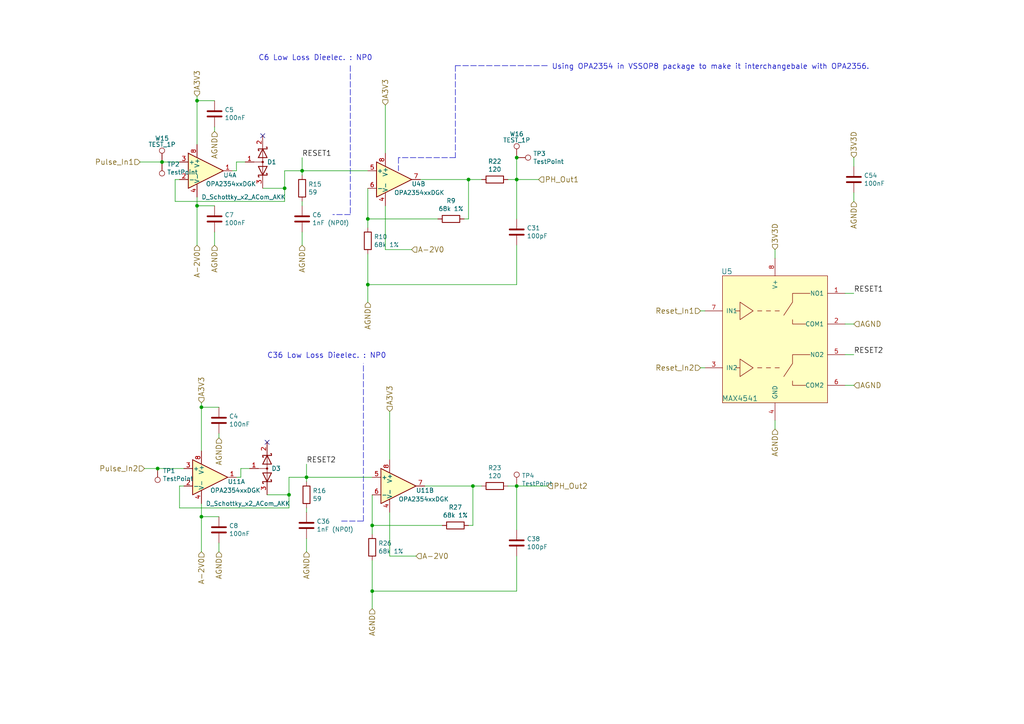
<source format=kicad_sch>
(kicad_sch (version 20231120) (generator "eeschema") (generator_version "8.0")
  (paper "A4")
  (lib_symbols
    (symbol "Connector:TestPoint" (pin_numbers hide) (pin_names (offset 0.762) hide)
      (property "Reference" "TP" (at 0 6.858 0))
      (property "Value" "TestPoint" (at 0 5.08 0))
      (symbol "TestPoint_0_1"
        (circle (center 0 3.302) (radius 0.762))
      )
      (symbol "TestPoint_1_1"
        (pin passive line (at 0 0 90) (length 2.54) (name "1") (number "1"))
      )
    )
    (symbol "Device:C" (pin_numbers hide) (pin_names (offset 0.254))
      (property "Reference" "C" (at 0.635 2.54 0))
      (property "Value" "C" (at 0.635 -2.54 0))
      (symbol "C_0_1"
        (polyline (pts (xy -2.032 -0.762) (xy 2.032 -0.762)) (stroke (width 0.508)))
        (polyline (pts (xy -2.032 0.762) (xy 2.032 0.762)) (stroke (width 0.508)))
      )
      (symbol "C_1_1"
        (pin passive line (at 0 3.81 270) (length 2.794) (name "~") (number "1"))
        (pin passive line (at 0 -3.81 90) (length 2.794) (name "~") (number "2"))
      )
    )
    (symbol "Device:R" (pin_numbers hide) (pin_names (offset 0))
      (property "Reference" "R" (at 2.032 0 90))
      (property "Value" "R" (at 0 0 90))
      (symbol "R_0_1"
        (rectangle (start -1.016 -2.54) (end 1.016 2.54) (stroke (width 0.254)))
      )
      (symbol "R_1_1"
        (pin passive line (at 0 3.81 270) (length 1.27) (name "~") (number "1"))
        (pin passive line (at 0 -3.81 90) (length 1.27) (name "~") (number "2"))
      )
    )
    (symbol "RadIIS_Mainboard-rescue:D_Schottky_x2_ACom_AKK-Device" (pin_names (offset 0.762) hide)
      (property "Reference" "D" (at 1.27 -2.54 0))
      (property "Value" "D_Schottky_x2_ACom_AKK-Device" (at 0 2.54 0))
      (symbol "D_Schottky_x2_ACom_AKK-Device_0_1"
        (polyline (pts (xy -3.556 0) (xy 3.81 0)))
        (polyline (pts (xy 0 0) (xy 0 -2.54)))
        (polyline (pts (xy -3.81 1.27) (xy -3.81 -1.27) (xy -3.81 -1.27)) (stroke (width 0.254)))
        (polyline (pts (xy 3.81 1.27) (xy 3.81 -1.27) (xy 3.81 -1.27)) (stroke (width 0.254)))
        (polyline (pts (xy -3.81 1.27) (xy -4.318 1.27) (xy -4.318 1.016) (xy -4.318 1.016)) (stroke (width 0.254)))
        (polyline (pts (xy 3.81 -1.27) (xy 4.318 -1.27) (xy 4.318 -1.016) (xy 4.318 -1.016)) (stroke (width 0.254)))
        (polyline (pts (xy 3.81 1.27) (xy 3.302 1.27) (xy 3.302 1.016) (xy 3.302 1.016)) (stroke (width 0.254)))
        (polyline (pts (xy -3.302 -1.016) (xy -3.302 -1.27) (xy -3.81 -1.27) (xy -3.81 -1.27) (xy -3.81 -1.27)) (stroke (width 0.254)))
        (polyline (pts (xy -1.27 -1.27) (xy -3.81 0) (xy -1.27 1.27) (xy -1.27 -1.27) (xy -1.27 -1.27) (xy -1.27 -1.27)) (stroke (width 0.254)))
        (polyline (pts (xy 1.27 1.27) (xy 3.81 0) (xy 1.27 -1.27) (xy 1.27 1.27) (xy 1.27 1.27) (xy 1.27 1.27)) (stroke (width 0.254)))
        (circle (center 0 0) (radius 0.254) (fill (type outline)))
        (pin passive line (at 0 -5.08 90) (length 2.54) (name "A") (number "1"))
        (pin passive line (at -7.62 0 0) (length 3.81) (name "K") (number "2"))
        (pin passive line (at 7.62 0 180) (length 3.81) (name "K") (number "3"))
      )
    )
    (symbol "RadIIS_Mainboard:MAX4541" (pin_names (offset 1.016))
      (property "Reference" "U" (at -12.7 20.32 0))
      (property "Value" "MAX4541" (at -8.89 -15.24 0))
      (symbol "MAX4541_0_1"
        (rectangle (start -15.24 19.05) (end 15.24 -17.78) (fill (type background)))
        (polyline (pts (xy -5.08 -7.62) (xy -3.81 -7.62)))
        (polyline (pts (xy -5.08 8.89) (xy -3.81 8.89)))
        (polyline (pts (xy -2.54 -7.62) (xy -1.27 -7.62)))
        (polyline (pts (xy -2.54 8.89) (xy -1.27 8.89)))
        (polyline (pts (xy 0 -7.62) (xy 1.27 -7.62)))
        (polyline (pts (xy 0 8.89) (xy 1.27 8.89)))
        (polyline (pts (xy 8.89 -12.7) (xy 5.08 -12.7) (xy 5.08 -11.43)))
        (polyline (pts (xy 8.89 5.08) (xy 5.08 5.08) (xy 5.08 6.35)))
        (polyline (pts (xy 10.16 -3.81) (xy 5.08 -3.81) (xy 5.08 -6.35) (xy 2.54 -10.16)))
        (polyline (pts (xy 10.16 13.97) (xy 5.08 13.97) (xy 5.08 11.43) (xy 2.54 7.62)))
        (polyline (pts (xy -11.43 -7.62) (xy -10.16 -7.62) (xy -10.16 -5.08) (xy -6.35 -7.62) (xy -10.16 -10.16) (xy -10.16 -7.62)))
        (polyline (pts (xy -11.43 8.89) (xy -10.16 8.89) (xy -10.16 10.16) (xy -10.16 11.43) (xy -6.35 8.89) (xy -10.16 6.35) (xy -10.16 8.89)))
      )
      (symbol "MAX4541_1_1"
        (pin input line (at 20.32 13.97 180) (length 5.08) (name "NO1") (number "1"))
        (pin input line (at 20.32 5.08 180) (length 5.08) (name "COM1") (number "2"))
        (pin input line (at -20.32 -7.62 0) (length 5.08) (name "IN2") (number "3"))
        (pin input line (at 0 -22.86 90) (length 5.08) (name "GND") (number "4"))
        (pin input line (at 20.32 -3.81 180) (length 5.08) (name "NO2") (number "5"))
        (pin input line (at 20.32 -12.7 180) (length 5.08) (name "COM2") (number "6"))
        (pin input line (at -20.32 8.89 0) (length 5.08) (name "IN1") (number "7"))
        (pin input line (at 0 24.13 270) (length 5.08) (name "V+") (number "8"))
      )
    )
    (symbol "RadIIS_Mainboard:OPA2354xxDGK" (pin_names (offset 0.127))
      (property "Reference" "U" (at 0 5.08 0))
      (property "Value" "OPA2354xxDGK" (at 0 -5.08 0))
      (symbol "OPA2354xxDGK_1_1"
        (polyline (pts (xy -5.08 5.08) (xy 5.08 0) (xy -5.08 -5.08) (xy -5.08 5.08)) (stroke (width 0.254)) (fill (type background)))
        (pin output line (at 7.62 0 180) (length 2.54) (name "~") (number "1"))
        (pin input line (at -7.62 -2.54 0) (length 2.54) (name "-") (number "2"))
        (pin input line (at -7.62 2.54 0) (length 2.54) (name "+") (number "3"))
        (pin power_in line (at -2.54 -7.62 90) (length 3.81) (name "V-") (number "4"))
        (pin power_in line (at -2.54 7.62 270) (length 3.81) (name "V+") (number "8"))
      )
      (symbol "OPA2354xxDGK_2_1"
        (polyline (pts (xy -5.08 5.08) (xy 5.08 0) (xy -5.08 -5.08) (xy -5.08 5.08)) (stroke (width 0.254)) (fill (type background)))
        (pin power_in line (at -2.54 -7.62 90) (length 3.81) (name "V-") (number "4"))
        (pin input line (at -7.62 2.54 0) (length 2.54) (name "+") (number "5"))
        (pin input line (at -7.62 -2.54 0) (length 2.54) (name "-") (number "6"))
        (pin output line (at 7.62 0 180) (length 2.54) (name "~") (number "7"))
        (pin power_in line (at -2.54 7.62 270) (length 3.81) (name "V+") (number "8"))
      )
    )
  )
  (junction (at 82.55 54.61))
  (junction (at 106.68 63.5))
  (junction (at 45.72 135.89))
  (junction (at 149.86 52.07))
  (junction (at 57.15 59.69))
  (junction (at 149.86 45.72))
  (junction (at 107.95 152.4))
  (junction (at 135.89 52.07))
  (junction (at 46.99 46.99))
  (junction (at 137.16 140.97))
  (junction (at 88.9 138.43))
  (junction (at 106.68 82.55))
  (junction (at 58.42 149.86))
  (junction (at 58.42 118.11))
  (junction (at 107.95 171.45))
  (junction (at 57.15 29.21))
  (junction (at 83.82 143.51))
  (junction (at 87.63 49.53))
  (junction (at 149.86 140.97))
  (no_connect (at 76.2 39.37))
  (no_connect (at 77.47 128.27))
  (polyline (pts (xy 132.08 19.05) (xy 132.08 45.72)) (stroke (width 0) (type dash)))
  (wire (pts (xy 83.82 147.32) (xy 83.82 143.51)))
  (wire (pts (xy 62.23 67.31) (xy 62.23 71.12)))
  (wire (pts (xy 247.65 93.98) (xy 245.11 93.98)))
  (wire (pts (xy 69.85 135.89) (xy 72.39 135.89)))
  (wire (pts (xy 57.15 57.15) (xy 57.15 59.69)))
  (wire (pts (xy 69.85 138.43) (xy 68.58 138.43)))
  (wire (pts (xy 82.55 58.42) (xy 82.55 54.61)))
  (wire (pts (xy 87.63 58.42) (xy 87.63 59.69)))
  (wire (pts (xy 52.07 147.32) (xy 83.82 147.32)))
  (wire (pts (xy 123.19 140.97) (xy 137.16 140.97)))
  (wire (pts (xy 139.7 52.07) (xy 135.89 52.07)))
  (wire (pts (xy 247.65 111.76) (xy 245.11 111.76)))
  (wire (pts (xy 76.2 54.61) (xy 82.55 54.61)))
  (wire (pts (xy 106.68 63.5) (xy 127 63.5)))
  (wire (pts (xy 149.86 71.12) (xy 149.86 82.55)))
  (wire (pts (xy 113.03 161.29) (xy 113.03 148.59)))
  (wire (pts (xy 77.47 143.51) (xy 83.82 143.51)))
  (wire (pts (xy 50.8 58.42) (xy 82.55 58.42)))
  (wire (pts (xy 82.55 54.61) (xy 82.55 49.53)))
  (wire (pts (xy 52.07 52.07) (xy 50.8 52.07)))
  (wire (pts (xy 135.89 63.5) (xy 135.89 52.07)))
  (polyline (pts (xy 105.41 151.13) (xy 105.41 105.41)) (stroke (width 0) (type dash)))
  (wire (pts (xy 62.23 36.83) (xy 62.23 38.1)))
  (wire (pts (xy 87.63 67.31) (xy 87.63 71.12)))
  (wire (pts (xy 41.91 135.89) (xy 45.72 135.89)))
  (wire (pts (xy 149.86 52.07) (xy 147.32 52.07)))
  (wire (pts (xy 87.63 49.53) (xy 106.68 49.53)))
  (wire (pts (xy 63.5 157.48) (xy 63.5 160.02)))
  (wire (pts (xy 58.42 116.84) (xy 58.42 118.11)))
  (wire (pts (xy 88.9 160.02) (xy 88.9 156.21)))
  (wire (pts (xy 106.68 73.66) (xy 106.68 82.55)))
  (wire (pts (xy 62.23 29.21) (xy 57.15 29.21)))
  (wire (pts (xy 57.15 29.21) (xy 57.15 41.91)))
  (wire (pts (xy 134.62 63.5) (xy 135.89 63.5)))
  (wire (pts (xy 87.63 45.72) (xy 87.63 49.53)))
  (wire (pts (xy 149.86 161.29) (xy 149.86 171.45)))
  (wire (pts (xy 82.55 49.53) (xy 87.63 49.53)))
  (wire (pts (xy 58.42 146.05) (xy 58.42 149.86)))
  (wire (pts (xy 106.68 54.61) (xy 106.68 63.5)))
  (wire (pts (xy 158.75 140.97) (xy 149.86 140.97)))
  (wire (pts (xy 68.58 46.99) (xy 71.12 46.99)))
  (wire (pts (xy 69.85 138.43) (xy 69.85 135.89)))
  (wire (pts (xy 139.7 140.97) (xy 137.16 140.97)))
  (wire (pts (xy 88.9 138.43) (xy 107.95 138.43)))
  (wire (pts (xy 156.21 52.07) (xy 149.86 52.07)))
  (wire (pts (xy 107.95 171.45) (xy 107.95 176.53)))
  (wire (pts (xy 120.65 161.29) (xy 113.03 161.29)))
  (wire (pts (xy 107.95 152.4) (xy 128.27 152.4)))
  (wire (pts (xy 83.82 143.51) (xy 83.82 138.43)))
  (wire (pts (xy 40.64 46.99) (xy 46.99 46.99)))
  (wire (pts (xy 204.47 106.68) (xy 203.2 106.68)))
  (wire (pts (xy 57.15 27.94) (xy 57.15 29.21)))
  (wire (pts (xy 247.65 45.72) (xy 247.65 48.26)))
  (wire (pts (xy 87.63 49.53) (xy 87.63 50.8)))
  (wire (pts (xy 119.38 72.39) (xy 111.76 72.39)))
  (wire (pts (xy 88.9 148.59) (xy 88.9 147.32)))
  (wire (pts (xy 121.92 52.07) (xy 135.89 52.07)))
  (polyline (pts (xy 101.6 19.05) (xy 101.6 62.23)) (stroke (width 0) (type dash)))
  (polyline (pts (xy 99.06 151.13) (xy 105.41 151.13)) (stroke (width 0) (type dash)))
  (polyline (pts (xy 158.75 19.05) (xy 132.08 19.05)) (stroke (width 0) (type dash)))
  (wire (pts (xy 149.86 140.97) (xy 147.32 140.97)))
  (wire (pts (xy 247.65 85.09) (xy 245.11 85.09)))
  (wire (pts (xy 224.79 124.46) (xy 224.79 121.92)))
  (wire (pts (xy 50.8 52.07) (xy 50.8 58.42)))
  (polyline (pts (xy 101.6 62.23) (xy 96.52 62.23)) (stroke (width 0) (type dash)))
  (wire (pts (xy 107.95 171.45) (xy 149.86 171.45)))
  (wire (pts (xy 106.68 82.55) (xy 106.68 87.63)))
  (wire (pts (xy 57.15 59.69) (xy 57.15 71.12)))
  (wire (pts (xy 58.42 149.86) (xy 58.42 160.02)))
  (wire (pts (xy 63.5 149.86) (xy 58.42 149.86)))
  (wire (pts (xy 68.58 49.53) (xy 68.58 46.99)))
  (wire (pts (xy 62.23 59.69) (xy 57.15 59.69)))
  (wire (pts (xy 63.5 125.73) (xy 63.5 127)))
  (wire (pts (xy 135.89 152.4) (xy 137.16 152.4)))
  (wire (pts (xy 107.95 143.51) (xy 107.95 152.4)))
  (polyline (pts (xy 132.08 45.72) (xy 115.57 45.72)) (stroke (width 0) (type dash)))
  (wire (pts (xy 52.07 140.97) (xy 52.07 147.32)))
  (wire (pts (xy 88.9 139.7) (xy 88.9 138.43)))
  (polyline (pts (xy 115.57 45.72) (xy 115.57 49.53)) (stroke (width 0) (type dash)))
  (wire (pts (xy 68.58 49.53) (xy 67.31 49.53)))
  (wire (pts (xy 45.72 135.89) (xy 53.34 135.89)))
  (wire (pts (xy 107.95 152.4) (xy 107.95 154.94)))
  (wire (pts (xy 113.03 119.38) (xy 113.03 133.35)))
  (wire (pts (xy 111.76 30.48) (xy 111.76 44.45)))
  (wire (pts (xy 149.86 63.5) (xy 149.86 52.07)))
  (wire (pts (xy 53.34 140.97) (xy 52.07 140.97)))
  (wire (pts (xy 149.86 153.67) (xy 149.86 140.97)))
  (wire (pts (xy 46.99 46.99) (xy 52.07 46.99)))
  (wire (pts (xy 63.5 118.11) (xy 58.42 118.11)))
  (wire (pts (xy 247.65 58.42) (xy 247.65 55.88)))
  (wire (pts (xy 224.79 72.39) (xy 224.79 74.93)))
  (wire (pts (xy 106.68 63.5) (xy 106.68 66.04)))
  (wire (pts (xy 247.65 102.87) (xy 245.11 102.87)))
  (wire (pts (xy 106.68 82.55) (xy 149.86 82.55)))
  (wire (pts (xy 204.47 90.17) (xy 203.2 90.17)))
  (wire (pts (xy 83.82 138.43) (xy 88.9 138.43)))
  (wire (pts (xy 107.95 162.56) (xy 107.95 171.45)))
  (wire (pts (xy 137.16 152.4) (xy 137.16 140.97)))
  (wire (pts (xy 149.86 45.72) (xy 149.86 52.07)))
  (wire (pts (xy 58.42 118.11) (xy 58.42 130.81)))
  (wire (pts (xy 111.76 72.39) (xy 111.76 59.69)))
  (wire (pts (xy 88.9 138.43) (xy 88.9 134.62)))
  (text "C36 Low Loss Dieelec. : NP0" (at 77.47 104.14 0) (effects (font (size 1.5494 1.5494)) (justify left bottom)))
  (text "C6 Low Loss Dieelec. : NP0" (at 74.93 17.78 0) (effects (font (size 1.5494 1.5494)) (justify left bottom)))
  (text "Using OPA2354 in VSSOP8 package to make it interchangebale with OPA2356." (at 160.02 20.32 0) (effects (font (size 1.524 1.524)) (justify left bottom)))
  (label "RESET2" (at 88.9 134.62 0) (effects (font (size 1.524 1.524))))
  (label "RESET1" (at 247.65 85.09 0) (effects (font (size 1.524 1.524))))
  (label "RESET2" (at 247.65 102.87 0) (effects (font (size 1.524 1.524))))
  (label "RESET1" (at 87.63 45.72 0) (effects (font (size 1.524 1.524))))
  (hierarchical_label "AGND" (shape input) (at 107.95 176.53 270) (effects (font (size 1.5494 1.5494))))
  (hierarchical_label "3V3D" (shape input) (at 247.65 45.72 90) (effects (font (size 1.524 1.524))))
  (hierarchical_label "AGND" (shape input) (at 62.23 71.12 270) (effects (font (size 1.5494 1.5494))))
  (hierarchical_label "Reset_In1" (shape input) (at 203.2 90.17 180) (effects (font (size 1.5494 1.5494))))
  (hierarchical_label "AGND" (shape input) (at 63.5 160.02 270) (effects (font (size 1.5494 1.5494))))
  (hierarchical_label "PH_Out2" (shape input) (at 158.75 140.97 0) (effects (font (size 1.5494 1.5494))))
  (hierarchical_label "A-2V0" (shape input) (at 120.65 161.29 0) (effects (font (size 1.5494 1.5494))))
  (hierarchical_label "Reset_In2" (shape input) (at 203.2 106.68 180) (effects (font (size 1.5494 1.5494))))
  (hierarchical_label "A-2V0" (shape input) (at 58.42 160.02 270) (effects (font (size 1.5494 1.5494))))
  (hierarchical_label "A-2V0" (shape input) (at 119.38 72.39 0) (effects (font (size 1.5494 1.5494))))
  (hierarchical_label "PH_Out1" (shape input) (at 156.21 52.07 0) (effects (font (size 1.5494 1.5494))))
  (hierarchical_label "AGND" (shape input) (at 224.79 124.46 270) (effects (font (size 1.5494 1.5494))))
  (hierarchical_label "AGND" (shape input) (at 247.65 111.76 0) (effects (font (size 1.5494 1.5494))))
  (hierarchical_label "AGND" (shape input) (at 62.23 38.1 270) (effects (font (size 1.5494 1.5494))))
  (hierarchical_label "AGND" (shape input) (at 247.65 58.42 270) (effects (font (size 1.5494 1.5494))))
  (hierarchical_label "Pulse_In1" (shape input) (at 40.64 46.99 180) (effects (font (size 1.5494 1.5494))))
  (hierarchical_label "AGND" (shape input) (at 63.5 127 270) (effects (font (size 1.5494 1.5494))))
  (hierarchical_label "A3V3" (shape input) (at 111.76 30.48 90) (effects (font (size 1.5494 1.5494))))
  (hierarchical_label "A3V3" (shape input) (at 113.03 119.38 90) (effects (font (size 1.5494 1.5494))))
  (hierarchical_label "3V3D" (shape input) (at 224.79 72.39 90) (effects (font (size 1.524 1.524))))
  (hierarchical_label "AGND" (shape input) (at 87.63 71.12 270) (effects (font (size 1.5494 1.5494))))
  (hierarchical_label "AGND" (shape input) (at 88.9 160.02 270) (effects (font (size 1.5494 1.5494))))
  (hierarchical_label "A-2V0" (shape input) (at 57.15 71.12 270) (effects (font (size 1.5494 1.5494))))
  (hierarchical_label "AGND" (shape input) (at 106.68 87.63 270) (effects (font (size 1.5494 1.5494))))
  (hierarchical_label "Pulse_In2" (shape input) (at 41.91 135.89 180) (effects (font (size 1.5494 1.5494))))
  (hierarchical_label "AGND" (shape input) (at 247.65 93.98 0) (effects (font (size 1.5494 1.5494))))
  (hierarchical_label "A3V3" (shape input) (at 58.42 116.84 90) (effects (font (size 1.5494 1.5494))))
  (hierarchical_label "A3V3" (shape input) (at 57.15 27.94 90) (effects (font (size 1.5494 1.5494))))
  (symbol (lib_id "Device:C") (at 62.23 33.02 0) (unit 1)
    (property "Reference" "C5" (at 65.151 31.8516 0) (effects (justify left)))
    (property "Value" "100nF" (at 65.151 34.163 0) (effects (justify left)))
    (property "Footprint" "Capacitor_SMD:C_0603_1608Metric" (effects (hide yes)))
    (property "Digikey Nr" "1276-1000-1-ND " (effects (hide yes)))
    (property "Digikey Price" "0.09" (effects (hide yes)))
  )
  (symbol (lib_id "Device:R") (at 130.81 63.5 270) (unit 1)
    (property "Reference" "R9" (at 130.81 58.2422 90))
    (property "Value" "68k 1%" (at 130.81 60.5536 90))
    (property "Footprint" "Resistor_SMD:R_0603_1608Metric" (effects (hide yes)))
    (property "Digikey Nr" "311-68.0KHRCT-ND" (effects (hide yes)))
    (property "Digikey Price" "0.09" (effects (hide yes)))
  )
  (symbol (lib_id "Device:C") (at 62.23 63.5 180) (unit 1)
    (property "Reference" "C7" (at 65.151 62.3316 0) (effects (justify right)))
    (property "Value" "100nF" (at 65.151 64.643 0) (effects (justify right)))
    (property "Footprint" "Capacitor_SMD:C_0603_1608Metric" (effects (hide yes)))
    (property "Digikey Nr" "1276-1000-1-ND " (effects (hide yes)))
    (property "Digikey Price" "0.09" (effects (hide yes)))
  )
  (symbol (lib_id "Device:C") (at 87.63 63.5 0) (unit 1)
    (property "Reference" "C6" (at 90.551 62.3316 0) (effects (justify left)))
    (property "Value" "1nF (NP0!)" (at 90.551 64.643 0) (effects (justify left)))
    (property "Footprint" "Capacitor_SMD:C_0603_1608Metric" (effects (hide yes)))
    (property "Digikey Nr" "1292-1475-1-ND" (effects (hide yes)))
    (property "Digikey Price" "0.12" (effects (hide yes)))
  )
  (symbol (lib_id "Device:R") (at 106.68 69.85 180) (unit 1)
    (property "Reference" "R10" (at 108.458 68.6816 0) (effects (justify right)))
    (property "Value" "68k 1%" (at 108.458 70.993 0) (effects (justify right)))
    (property "Footprint" "Resistor_SMD:R_0603_1608Metric" (effects (hide yes)))
    (property "Digikey Nr" "311-68.0KHRCT-ND" (effects (hide yes)))
    (property "Digikey Price" "0.09" (effects (hide yes)))
  )
  (symbol (lib_id "Device:C") (at 63.5 121.92 0) (unit 1)
    (property "Reference" "C4" (at 66.421 120.7516 0) (effects (justify left)))
    (property "Value" "100nF" (at 66.421 123.063 0) (effects (justify left)))
    (property "Footprint" "Capacitor_SMD:C_0603_1608Metric" (effects (hide yes)))
    (property "Digikey Nr" "1276-1000-1-ND " (effects (hide yes)))
    (property "Digikey Price" "0.09" (effects (hide yes)))
  )
  (symbol (lib_id "Device:R") (at 132.08 152.4 270) (unit 1)
    (property "Reference" "R27" (at 132.08 147.1422 90))
    (property "Value" "68k 1%" (at 132.08 149.4536 90))
    (property "Footprint" "Resistor_SMD:R_0603_1608Metric" (effects (hide yes)))
    (property "Digikey Nr" "311-68.0KHRCT-ND" (effects (hide yes)))
    (property "Digikey Price" "0.09" (effects (hide yes)))
  )
  (symbol (lib_id "Device:C") (at 63.5 153.67 0) (unit 1)
    (property "Reference" "C8" (at 66.421 152.5016 0) (effects (justify left)))
    (property "Value" "100nF" (at 66.421 154.813 0) (effects (justify left)))
    (property "Footprint" "Capacitor_SMD:C_0603_1608Metric" (effects (hide yes)))
    (property "Digikey Nr" "1276-1000-1-ND " (effects (hide yes)))
    (property "Digikey Price" "0.09" (effects (hide yes)))
  )
  (symbol (lib_id "Device:C") (at 88.9 152.4 0) (unit 1)
    (property "Reference" "C36" (at 91.821 151.2316 0) (effects (justify left)))
    (property "Value" "1nF (NP0!)" (at 91.821 153.543 0) (effects (justify left)))
    (property "Footprint" "Capacitor_SMD:C_0603_1608Metric" (effects (hide yes)))
    (property "Digikey Nr" "1292-1475-1-ND" (effects (hide yes)))
    (property "Digikey Price" "0.12" (effects (hide yes)))
  )
  (symbol (lib_id "Device:R") (at 107.95 158.75 180) (unit 1)
    (property "Reference" "R26" (at 109.728 157.5816 0) (effects (justify right)))
    (property "Value" "68k 1%" (at 109.728 159.893 0) (effects (justify right)))
    (property "Footprint" "Resistor_SMD:R_0603_1608Metric" (effects (hide yes)))
    (property "Digikey Nr" "311-68.0KHRCT-ND" (effects (hide yes)))
    (property "Digikey Price" "0.09" (effects (hide yes)))
  )
  (symbol (lib_id "Connector:TestPoint") (at 149.86 45.72 0) (unit 1)
    (property "Reference" "W16" (at 149.86 38.862 0))
    (property "Value" "TEST_1P" (at 149.86 40.64 0))
    (property "Footprint" "Measurement_Points:Measurement_Point_Round-SMD-Pad_Small" (effects (hide yes)))
    (property "Digikey Nr" "NA" (effects (hide yes)))
  )
  (symbol (lib_id "Connector:TestPoint") (at 46.99 46.99 0) (unit 1)
    (property "Reference" "W15" (at 46.99 40.132 0))
    (property "Value" "TEST_1P" (at 46.99 41.91 0))
    (property "Footprint" "Measurement_Points:Measurement_Point_Round-SMD-Pad_Small" (effects (hide yes)))
    (property "Digikey Nr" "NA" (effects (hide yes)))
  )
  (symbol (lib_id "RadIIS_Mainboard:MAX4541") (at 224.79 99.06 0) (unit 1)
    (property "Reference" "U5" (at 210.82 78.74 0) (effects (font (size 1.524 1.524))))
    (property "Value" "MAX4541" (at 214.63 115.57 0) (effects (font (size 1.524 1.524))))
    (property "Footprint" "RadIIS_Mainboard:uMAX8" (effects (hide yes)))
    (property "Datasheet" "https://datasheets.maximintegrated.com/en/ds/MAX4541-MAX4544.pdf" (effects (hide yes)))
    (property "Digikey Nr" "MAX4541EUA+-ND" (effects (hide yes)))
    (property "Digikey Price" "1.13" (effects (hide yes)))
  )
  (symbol (lib_id "Device:C") (at 247.65 52.07 0) (unit 1)
    (property "Reference" "C54" (at 250.571 50.9016 0) (effects (justify left)))
    (property "Value" "100nF" (at 250.571 53.213 0) (effects (justify left)))
    (property "Footprint" "Capacitor_SMD:C_0603_1608Metric" (effects (hide yes)))
    (property "Digikey Nr" "1276-1000-1-ND " (effects (hide yes)))
    (property "Digikey Price" "0.09" (effects (hide yes)))
  )
  (symbol (lib_id "RadIIS_Mainboard-rescue:D_Schottky_x2_ACom_AKK-Device") (at 76.2 46.99 270) (unit 1)
    (property "Reference" "D1" (at 77.47 46.99 90) (effects (justify left)))
    (property "Value" "D_Schottky_x2_ACom_AKK" (at 58.42 57.15 90) (effects (justify left)))
    (property "Footprint" "Package_TO_SOT_SMD:SOT-23" (effects (hide yes)))
    (property "Datasheet" "https://www.onsemi.com/pub/Collateral/MBD301-D.PDF" (effects (hide yes)))
    (property "Digikey Nr" "MMBD301LT1GOSCT-ND" (effects (hide yes)))
    (property "Digikey Price" "0.23" (effects (hide yes)))
  )
  (symbol (lib_id "RadIIS_Mainboard-rescue:D_Schottky_x2_ACom_AKK-Device") (at 77.47 135.89 270) (unit 1)
    (property "Reference" "D3" (at 78.74 135.89 90) (effects (justify left)))
    (property "Value" "D_Schottky_x2_ACom_AKK" (at 59.69 146.05 90) (effects (justify left)))
    (property "Footprint" "Package_TO_SOT_SMD:SOT-23" (effects (hide yes)))
    (property "Datasheet" "https://www.onsemi.com/pub/Collateral/MBD301-D.PDF" (effects (hide yes)))
    (property "Digikey Nr" "MMBD301LT1GOSCT-ND" (effects (hide yes)))
    (property "Digikey Price" "0.23" (effects (hide yes)))
  )
  (symbol (lib_id "Device:R") (at 87.63 54.61 0) (unit 1)
    (property "Reference" "R15" (at 89.408 53.4416 0) (effects (justify left)))
    (property "Value" "59" (at 89.408 55.753 0) (effects (justify left)))
    (property "Footprint" "Resistor_SMD:R_0603_1608Metric" (effects (hide yes)))
    (property "Digikey Nr" " 311-59.0HRCT-ND " (effects (hide yes)))
    (property "Digikey Price" "0.09" (effects (hide yes)))
  )
  (symbol (lib_id "Device:R") (at 88.9 143.51 0) (unit 1)
    (property "Reference" "R16" (at 90.678 142.3416 0) (effects (justify left)))
    (property "Value" "59" (at 90.678 144.653 0) (effects (justify left)))
    (property "Footprint" "Resistor_SMD:R_0603_1608Metric" (effects (hide yes)))
    (property "Digikey Nr" " 311-59.0HRCT-ND " (effects (hide yes)))
    (property "Digikey Price" "0.09" (effects (hide yes)))
  )
  (symbol (lib_id "Device:R") (at 143.51 140.97 270) (unit 1)
    (property "Reference" "R23" (at 143.51 135.7122 90))
    (property "Value" "120" (at 143.51 138.0236 90))
    (property "Footprint" "Resistor_SMD:R_0603_1608Metric" (effects (hide yes)))
    (property "Digikey Nr" " 311-120HRCT-ND " (effects (hide yes)))
    (property "Digikey Price" "0.09" (effects (hide yes)))
  )
  (symbol (lib_id "Device:C") (at 149.86 157.48 0) (unit 1)
    (property "Reference" "C38" (at 152.781 156.3116 0) (effects (justify left)))
    (property "Value" "100pF" (at 152.781 158.623 0) (effects (justify left)))
    (property "Footprint" "Capacitor_SMD:C_0603_1608Metric" (effects (hide yes)))
    (property "Digikey Nr" "311-1069-1-ND " (effects (hide yes)))
    (property "Digikey Price" "0.09" (effects (hide yes)))
  )
  (symbol (lib_id "Device:R") (at 143.51 52.07 270) (unit 1)
    (property "Reference" "R22" (at 143.51 46.8122 90))
    (property "Value" "120" (at 143.51 49.1236 90))
    (property "Footprint" "Resistor_SMD:R_0603_1608Metric" (effects (hide yes)))
    (property "Digikey Nr" " 311-120HRCT-ND " (effects (hide yes)))
    (property "Digikey Price" "0.09" (effects (hide yes)))
  )
  (symbol (lib_id "Device:C") (at 149.86 67.31 0) (unit 1)
    (property "Reference" "C31" (at 152.781 66.1416 0) (effects (justify left)))
    (property "Value" "100pF" (at 152.781 68.453 0) (effects (justify left)))
    (property "Footprint" "Capacitor_SMD:C_0603_1608Metric" (effects (hide yes)))
    (property "Digikey Nr" "311-1069-1-ND " (effects (hide yes)))
    (property "Digikey Price" "0.09" (effects (hide yes)))
  )
  (symbol (lib_id "RadIIS_Mainboard:OPA2354xxDGK") (at 59.69 49.53 0) (unit 1)
    (property "Reference" "U4" (at 64.77 50.8 0) (effects (justify left)))
    (property "Value" "OPA2354xxDGK" (at 59.69 53.34 0) (effects (justify left)))
    (property "Footprint" "Package_SO:VSSOP-8_3.0x3.0mm_P0.65mm" (effects (hide yes)))
    (property "Datasheet" "http://www.ti.com/general/docs/suppproductinfo.tsp?distId=10&gotoUrl=http%3A%2F%2Fwww.ti.com%2Flit%2Fgpn%2Fopa354" (effects (hide yes)))
    (property "Digikey Nr" "296-12642-1-ND" (effects (hide yes)))
    (property "Digikey Price" "2.57" (effects (hide yes)))
  )
  (symbol (lib_id "RadIIS_Mainboard:OPA2354xxDGK") (at 114.3 52.07 0) (unit 2)
    (property "Reference" "U4" (at 119.38 53.34 0) (effects (justify left)))
    (property "Value" "OPA2354xxDGK" (at 114.3 55.88 0) (effects (justify left)))
    (property "Footprint" "Package_SO:VSSOP-8_3.0x3.0mm_P0.65mm" (effects (hide yes)))
    (property "Datasheet" "http://www.ti.com/general/docs/suppproductinfo.tsp?distId=10&gotoUrl=http%3A%2F%2Fwww.ti.com%2Flit%2Fgpn%2Fopa354" (effects (hide yes)))
    (property "Digikey Nr" "296-12642-1-ND" (effects (hide yes)))
    (property "Digikey Price" "2.57" (effects (hide yes)))
  )
  (symbol (lib_id "RadIIS_Mainboard:OPA2354xxDGK") (at 60.96 138.43 0) (unit 1)
    (property "Reference" "U11" (at 66.04 139.7 0) (effects (justify left)))
    (property "Value" "OPA2354xxDGK" (at 60.96 142.24 0) (effects (justify left)))
    (property "Footprint" "Package_SO:VSSOP-8_3.0x3.0mm_P0.65mm" (effects (hide yes)))
    (property "Datasheet" "http://www.ti.com/general/docs/suppproductinfo.tsp?distId=10&gotoUrl=http%3A%2F%2Fwww.ti.com%2Flit%2Fgpn%2Fopa354" (effects (hide yes)))
    (property "Digikey Nr" "296-12642-1-ND" (effects (hide yes)))
    (property "Digikey Price" "2.57" (effects (hide yes)))
  )
  (symbol (lib_id "RadIIS_Mainboard:OPA2354xxDGK") (at 115.57 140.97 0) (unit 2)
    (property "Reference" "U11" (at 120.65 142.24 0) (effects (justify left)))
    (property "Value" "OPA2354xxDGK" (at 115.57 144.78 0) (effects (justify left)))
    (property "Footprint" "Package_SO:VSSOP-8_3.0x3.0mm_P0.65mm" (effects (hide yes)))
    (property "Datasheet" "http://www.ti.com/general/docs/suppproductinfo.tsp?distId=10&gotoUrl=http%3A%2F%2Fwww.ti.com%2Flit%2Fgpn%2Fopa354" (effects (hide yes)))
    (property "Digikey Nr" "296-12642-1-ND" (effects (hide yes)))
    (property "Digikey Price" "2.57" (effects (hide yes)))
  )
  (symbol (lib_id "Connector:TestPoint") (at 149.86 45.72 270) (unit 1)
    (property "Reference" "TP3" (at 154.6352 44.5516 90) (effects (justify left)))
    (property "Value" "TestPoint" (at 154.6352 46.863 90) (effects (justify left)))
    (property "Footprint" "TestPoint:TestPoint_Pad_D1.5mm" (effects (hide yes)))
  )
  (symbol (lib_id "Connector:TestPoint") (at 46.99 46.99 180) (unit 1)
    (property "Reference" "TP2" (at 48.4632 47.6504 0) (effects (justify right)))
    (property "Value" "TestPoint" (at 48.4632 49.9618 0) (effects (justify right)))
    (property "Footprint" "TestPoint:TestPoint_Pad_D1.5mm" (effects (hide yes)))
  )
  (symbol (lib_id "Connector:TestPoint") (at 45.72 135.89 180) (unit 1)
    (property "Reference" "TP1" (at 47.1932 136.5504 0) (effects (justify right)))
    (property "Value" "TestPoint" (at 47.1932 138.8618 0) (effects (justify right)))
    (property "Footprint" "TestPoint:TestPoint_Pad_D1.5mm" (effects (hide yes)))
  )
  (symbol (lib_id "Connector:TestPoint") (at 149.86 140.97 0) (unit 1)
    (property "Reference" "TP4" (at 151.3332 137.9728 0) (effects (justify left)))
    (property "Value" "TestPoint" (at 151.3332 140.2842 0) (effects (justify left)))
    (property "Footprint" "TestPoint:TestPoint_Pad_D1.5mm" (effects (hide yes)))
  )
)
</source>
